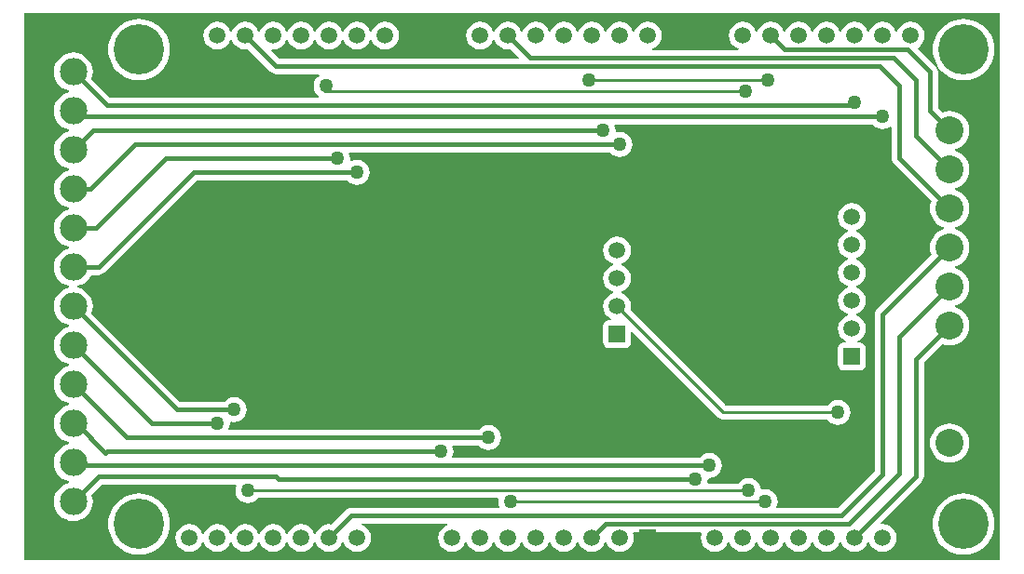
<source format=gbl>
G04 Layer_Physical_Order=2*
G04 Layer_Color=16711680*
%FSLAX23Y23*%
%MOIN*%
G70*
G01*
G75*
%ADD13C,0.010*%
%ADD14C,0.015*%
%ADD15C,0.059*%
%ADD16R,0.059X0.059*%
%ADD17R,0.059X0.059*%
%ADD18C,0.098*%
%ADD19C,0.180*%
%ADD20C,0.100*%
%ADD21C,0.050*%
G36*
X5380Y4320D02*
X1890D01*
Y6280D01*
X5380D01*
Y4320D01*
D02*
G37*
%LPC*%
G36*
X2300Y4560D02*
X2283Y4559D01*
X2266Y4555D01*
X2250Y4548D01*
X2235Y4539D01*
X2222Y4528D01*
X2211Y4515D01*
X2202Y4500D01*
X2195Y4484D01*
X2191Y4467D01*
X2190Y4450D01*
X2191Y4433D01*
X2195Y4416D01*
X2202Y4400D01*
X2211Y4385D01*
X2222Y4372D01*
X2235Y4361D01*
X2250Y4352D01*
X2266Y4345D01*
X2283Y4341D01*
X2300Y4340D01*
X2317Y4341D01*
X2334Y4345D01*
X2350Y4352D01*
X2365Y4361D01*
X2378Y4372D01*
X2389Y4385D01*
X2398Y4400D01*
X2405Y4416D01*
X2409Y4433D01*
X2410Y4450D01*
X2409Y4467D01*
X2405Y4484D01*
X2398Y4500D01*
X2389Y4515D01*
X2378Y4528D01*
X2365Y4539D01*
X2350Y4548D01*
X2334Y4555D01*
X2317Y4559D01*
X2300Y4560D01*
D02*
G37*
G36*
X5200Y4810D02*
X5186Y4809D01*
X5173Y4805D01*
X5161Y4798D01*
X5150Y4790D01*
X5142Y4779D01*
X5135Y4767D01*
X5131Y4754D01*
X5130Y4740D01*
X5131Y4726D01*
X5135Y4713D01*
X5142Y4701D01*
X5150Y4690D01*
X5161Y4682D01*
X5173Y4675D01*
X5186Y4671D01*
X5200Y4670D01*
X5214Y4671D01*
X5227Y4675D01*
X5239Y4682D01*
X5250Y4690D01*
X5258Y4701D01*
X5265Y4713D01*
X5269Y4726D01*
X5270Y4740D01*
X5269Y4754D01*
X5265Y4767D01*
X5258Y4779D01*
X5250Y4790D01*
X5239Y4798D01*
X5227Y4805D01*
X5214Y4809D01*
X5200Y4810D01*
D02*
G37*
G36*
X5250Y4560D02*
X5233Y4559D01*
X5216Y4555D01*
X5200Y4548D01*
X5185Y4539D01*
X5172Y4528D01*
X5161Y4515D01*
X5152Y4500D01*
X5145Y4484D01*
X5141Y4467D01*
X5140Y4450D01*
X5141Y4433D01*
X5145Y4416D01*
X5152Y4400D01*
X5161Y4385D01*
X5172Y4372D01*
X5185Y4361D01*
X5200Y4352D01*
X5216Y4345D01*
X5233Y4341D01*
X5250Y4340D01*
X5267Y4341D01*
X5284Y4345D01*
X5300Y4352D01*
X5315Y4361D01*
X5328Y4372D01*
X5339Y4385D01*
X5348Y4400D01*
X5355Y4416D01*
X5359Y4433D01*
X5360Y4450D01*
X5359Y4467D01*
X5355Y4484D01*
X5348Y4500D01*
X5339Y4515D01*
X5328Y4528D01*
X5315Y4539D01*
X5300Y4548D01*
X5284Y4555D01*
X5267Y4559D01*
X5250Y4560D01*
D02*
G37*
G36*
X5060Y6250D02*
X5047Y6248D01*
X5035Y6243D01*
X5025Y6235D01*
X5017Y6225D01*
X5013Y6215D01*
X5007D01*
X5003Y6225D01*
X4995Y6235D01*
X4985Y6243D01*
X4973Y6248D01*
X4960Y6250D01*
X4947Y6248D01*
X4935Y6243D01*
X4925Y6235D01*
X4917Y6225D01*
X4913Y6215D01*
X4907D01*
X4903Y6225D01*
X4895Y6235D01*
X4885Y6243D01*
X4873Y6248D01*
X4860Y6250D01*
X4847Y6248D01*
X4835Y6243D01*
X4825Y6235D01*
X4817Y6225D01*
X4813Y6215D01*
X4807D01*
X4803Y6225D01*
X4795Y6235D01*
X4785Y6243D01*
X4773Y6248D01*
X4760Y6250D01*
X4747Y6248D01*
X4735Y6243D01*
X4725Y6235D01*
X4717Y6225D01*
X4713Y6215D01*
X4707D01*
X4703Y6225D01*
X4695Y6235D01*
X4685Y6243D01*
X4673Y6248D01*
X4660Y6250D01*
X4647Y6248D01*
X4635Y6243D01*
X4625Y6235D01*
X4617Y6225D01*
X4613Y6215D01*
X4607D01*
X4603Y6225D01*
X4595Y6235D01*
X4585Y6243D01*
X4573Y6248D01*
X4560Y6250D01*
X4547Y6248D01*
X4535Y6243D01*
X4525Y6235D01*
X4517Y6225D01*
X4513Y6215D01*
X4507D01*
X4503Y6225D01*
X4495Y6235D01*
X4485Y6243D01*
X4473Y6248D01*
X4460Y6250D01*
X4447Y6248D01*
X4435Y6243D01*
X4425Y6235D01*
X4417Y6225D01*
X4412Y6213D01*
X4410Y6200D01*
X4412Y6187D01*
X4417Y6175D01*
X4425Y6165D01*
X4435Y6157D01*
X4445Y6153D01*
X4444Y6148D01*
X4136D01*
X4135Y6153D01*
X4145Y6157D01*
X4155Y6165D01*
X4163Y6175D01*
X4168Y6187D01*
X4170Y6200D01*
X4168Y6213D01*
X4163Y6225D01*
X4155Y6235D01*
X4145Y6243D01*
X4133Y6248D01*
X4120Y6250D01*
X4107Y6248D01*
X4095Y6243D01*
X4085Y6235D01*
X4077Y6225D01*
X4073Y6215D01*
X4067D01*
X4063Y6225D01*
X4055Y6235D01*
X4045Y6243D01*
X4033Y6248D01*
X4020Y6250D01*
X4007Y6248D01*
X3995Y6243D01*
X3985Y6235D01*
X3977Y6225D01*
X3973Y6215D01*
X3967D01*
X3963Y6225D01*
X3955Y6235D01*
X3945Y6243D01*
X3933Y6248D01*
X3920Y6250D01*
X3907Y6248D01*
X3895Y6243D01*
X3885Y6235D01*
X3877Y6225D01*
X3873Y6215D01*
X3867D01*
X3863Y6225D01*
X3855Y6235D01*
X3845Y6243D01*
X3833Y6248D01*
X3820Y6250D01*
X3807Y6248D01*
X3795Y6243D01*
X3785Y6235D01*
X3777Y6225D01*
X3773Y6215D01*
X3767D01*
X3763Y6225D01*
X3755Y6235D01*
X3745Y6243D01*
X3733Y6248D01*
X3720Y6250D01*
X3707Y6248D01*
X3695Y6243D01*
X3685Y6235D01*
X3677Y6225D01*
X3673Y6215D01*
X3667D01*
X3663Y6225D01*
X3655Y6235D01*
X3645Y6243D01*
X3633Y6248D01*
X3620Y6250D01*
X3607Y6248D01*
X3595Y6243D01*
X3585Y6235D01*
X3577Y6225D01*
X3573Y6215D01*
X3567D01*
X3563Y6225D01*
X3555Y6235D01*
X3545Y6243D01*
X3533Y6248D01*
X3520Y6250D01*
X3507Y6248D01*
X3495Y6243D01*
X3485Y6235D01*
X3477Y6225D01*
X3472Y6213D01*
X3470Y6200D01*
X3472Y6187D01*
X3477Y6175D01*
X3485Y6165D01*
X3495Y6157D01*
X3507Y6152D01*
X3520Y6150D01*
X3533Y6152D01*
X3545Y6157D01*
X3555Y6165D01*
X3563Y6175D01*
X3567Y6185D01*
X3573D01*
X3577Y6175D01*
X3585Y6165D01*
X3595Y6157D01*
X3607Y6152D01*
X3620Y6150D01*
X3629Y6151D01*
X3658Y6122D01*
X3657Y6118D01*
X2801D01*
X2773Y6146D01*
X2775Y6151D01*
X2780Y6150D01*
X2793Y6152D01*
X2805Y6157D01*
X2815Y6165D01*
X2823Y6175D01*
X2827Y6185D01*
X2833D01*
X2837Y6175D01*
X2845Y6165D01*
X2855Y6157D01*
X2867Y6152D01*
X2880Y6150D01*
X2893Y6152D01*
X2905Y6157D01*
X2915Y6165D01*
X2923Y6175D01*
X2927Y6185D01*
X2933D01*
X2937Y6175D01*
X2945Y6165D01*
X2955Y6157D01*
X2967Y6152D01*
X2980Y6150D01*
X2993Y6152D01*
X3005Y6157D01*
X3015Y6165D01*
X3023Y6175D01*
X3027Y6185D01*
X3033D01*
X3037Y6175D01*
X3045Y6165D01*
X3055Y6157D01*
X3067Y6152D01*
X3080Y6150D01*
X3093Y6152D01*
X3105Y6157D01*
X3115Y6165D01*
X3123Y6175D01*
X3127Y6185D01*
X3133D01*
X3137Y6175D01*
X3145Y6165D01*
X3155Y6157D01*
X3167Y6152D01*
X3180Y6150D01*
X3193Y6152D01*
X3205Y6157D01*
X3215Y6165D01*
X3223Y6175D01*
X3228Y6187D01*
X3230Y6200D01*
X3228Y6213D01*
X3223Y6225D01*
X3215Y6235D01*
X3205Y6243D01*
X3193Y6248D01*
X3180Y6250D01*
X3167Y6248D01*
X3155Y6243D01*
X3145Y6235D01*
X3137Y6225D01*
X3133Y6215D01*
X3127D01*
X3123Y6225D01*
X3115Y6235D01*
X3105Y6243D01*
X3093Y6248D01*
X3080Y6250D01*
X3067Y6248D01*
X3055Y6243D01*
X3045Y6235D01*
X3037Y6225D01*
X3033Y6215D01*
X3027D01*
X3023Y6225D01*
X3015Y6235D01*
X3005Y6243D01*
X2993Y6248D01*
X2980Y6250D01*
X2967Y6248D01*
X2955Y6243D01*
X2945Y6235D01*
X2937Y6225D01*
X2933Y6215D01*
X2927D01*
X2923Y6225D01*
X2915Y6235D01*
X2905Y6243D01*
X2893Y6248D01*
X2880Y6250D01*
X2867Y6248D01*
X2855Y6243D01*
X2845Y6235D01*
X2837Y6225D01*
X2833Y6215D01*
X2827D01*
X2823Y6225D01*
X2815Y6235D01*
X2805Y6243D01*
X2793Y6248D01*
X2780Y6250D01*
X2767Y6248D01*
X2755Y6243D01*
X2745Y6235D01*
X2737Y6225D01*
X2733Y6215D01*
X2727D01*
X2723Y6225D01*
X2715Y6235D01*
X2705Y6243D01*
X2693Y6248D01*
X2680Y6250D01*
X2667Y6248D01*
X2655Y6243D01*
X2645Y6235D01*
X2637Y6225D01*
X2633Y6215D01*
X2627D01*
X2623Y6225D01*
X2615Y6235D01*
X2605Y6243D01*
X2593Y6248D01*
X2580Y6250D01*
X2567Y6248D01*
X2555Y6243D01*
X2545Y6235D01*
X2537Y6225D01*
X2532Y6213D01*
X2530Y6200D01*
X2532Y6187D01*
X2537Y6175D01*
X2545Y6165D01*
X2555Y6157D01*
X2567Y6152D01*
X2580Y6150D01*
X2593Y6152D01*
X2605Y6157D01*
X2615Y6165D01*
X2623Y6175D01*
X2627Y6185D01*
X2633D01*
X2637Y6175D01*
X2645Y6165D01*
X2655Y6157D01*
X2667Y6152D01*
X2680Y6150D01*
X2689Y6151D01*
X2770Y6070D01*
X2776Y6066D01*
X2783Y6063D01*
X2790Y6062D01*
X2943D01*
X2945Y6057D01*
X2938Y6052D01*
X2931Y6043D01*
X2926Y6032D01*
X2925Y6020D01*
X2926Y6008D01*
X2931Y5997D01*
X2938Y5988D01*
X2942Y5985D01*
X2943Y5983D01*
X2942Y5978D01*
X2196D01*
X2130Y6045D01*
X2133Y6056D01*
X2135Y6070D01*
X2133Y6084D01*
X2129Y6097D01*
X2123Y6109D01*
X2114Y6119D01*
X2104Y6128D01*
X2092Y6134D01*
X2079Y6138D01*
X2065Y6140D01*
X2051Y6138D01*
X2038Y6134D01*
X2026Y6128D01*
X2016Y6119D01*
X2007Y6109D01*
X2001Y6097D01*
X1997Y6084D01*
X1995Y6070D01*
X1997Y6056D01*
X2001Y6043D01*
X2007Y6031D01*
X2016Y6021D01*
X2026Y6012D01*
X2038Y6006D01*
X2049Y6003D01*
Y5997D01*
X2038Y5994D01*
X2026Y5988D01*
X2016Y5979D01*
X2007Y5969D01*
X2001Y5957D01*
X1997Y5944D01*
X1995Y5930D01*
X1997Y5916D01*
X2001Y5903D01*
X2007Y5891D01*
X2016Y5881D01*
X2026Y5872D01*
X2038Y5866D01*
X2049Y5863D01*
Y5857D01*
X2038Y5854D01*
X2026Y5848D01*
X2016Y5839D01*
X2007Y5829D01*
X2001Y5817D01*
X1997Y5804D01*
X1995Y5790D01*
X1997Y5776D01*
X2001Y5763D01*
X2007Y5751D01*
X2016Y5741D01*
X2026Y5732D01*
X2038Y5726D01*
X2049Y5723D01*
Y5717D01*
X2038Y5714D01*
X2026Y5708D01*
X2016Y5699D01*
X2007Y5689D01*
X2001Y5677D01*
X1997Y5664D01*
X1995Y5650D01*
X1997Y5636D01*
X2001Y5623D01*
X2007Y5611D01*
X2016Y5601D01*
X2026Y5592D01*
X2038Y5586D01*
X2049Y5583D01*
Y5577D01*
X2038Y5574D01*
X2026Y5568D01*
X2016Y5559D01*
X2007Y5549D01*
X2001Y5537D01*
X1997Y5524D01*
X1995Y5510D01*
X1997Y5496D01*
X2001Y5483D01*
X2007Y5471D01*
X2016Y5461D01*
X2026Y5452D01*
X2038Y5446D01*
X2049Y5443D01*
Y5437D01*
X2038Y5434D01*
X2026Y5428D01*
X2016Y5419D01*
X2007Y5409D01*
X2001Y5397D01*
X1997Y5384D01*
X1995Y5370D01*
X1997Y5356D01*
X2001Y5343D01*
X2007Y5331D01*
X2016Y5321D01*
X2026Y5312D01*
X2038Y5306D01*
X2049Y5303D01*
Y5297D01*
X2038Y5294D01*
X2026Y5288D01*
X2016Y5279D01*
X2007Y5269D01*
X2001Y5257D01*
X1997Y5244D01*
X1995Y5230D01*
X1997Y5216D01*
X2001Y5203D01*
X2007Y5191D01*
X2016Y5181D01*
X2026Y5172D01*
X2038Y5166D01*
X2049Y5163D01*
Y5157D01*
X2038Y5154D01*
X2026Y5148D01*
X2016Y5139D01*
X2007Y5129D01*
X2001Y5117D01*
X1997Y5104D01*
X1995Y5090D01*
X1997Y5076D01*
X2001Y5063D01*
X2007Y5051D01*
X2016Y5041D01*
X2026Y5032D01*
X2038Y5026D01*
X2049Y5023D01*
Y5017D01*
X2038Y5014D01*
X2026Y5008D01*
X2016Y4999D01*
X2007Y4989D01*
X2001Y4977D01*
X1997Y4964D01*
X1995Y4950D01*
X1997Y4936D01*
X2001Y4923D01*
X2007Y4911D01*
X2016Y4901D01*
X2026Y4892D01*
X2038Y4886D01*
X2049Y4883D01*
Y4877D01*
X2038Y4874D01*
X2026Y4868D01*
X2016Y4859D01*
X2007Y4849D01*
X2001Y4837D01*
X1997Y4824D01*
X1995Y4810D01*
X1997Y4796D01*
X2001Y4783D01*
X2007Y4771D01*
X2016Y4761D01*
X2026Y4752D01*
X2038Y4746D01*
X2049Y4743D01*
Y4737D01*
X2038Y4734D01*
X2026Y4728D01*
X2016Y4719D01*
X2007Y4709D01*
X2001Y4697D01*
X1997Y4684D01*
X1995Y4670D01*
X1997Y4656D01*
X2001Y4643D01*
X2007Y4631D01*
X2016Y4621D01*
X2026Y4612D01*
X2038Y4606D01*
X2049Y4603D01*
Y4597D01*
X2038Y4594D01*
X2026Y4588D01*
X2016Y4579D01*
X2007Y4569D01*
X2001Y4557D01*
X1997Y4544D01*
X1995Y4530D01*
X1997Y4516D01*
X2001Y4503D01*
X2007Y4491D01*
X2016Y4481D01*
X2026Y4472D01*
X2038Y4466D01*
X2051Y4462D01*
X2065Y4460D01*
X2079Y4462D01*
X2092Y4466D01*
X2104Y4472D01*
X2114Y4481D01*
X2123Y4491D01*
X2129Y4503D01*
X2133Y4516D01*
X2135Y4530D01*
X2133Y4544D01*
X2130Y4555D01*
X2166Y4592D01*
X2646D01*
X2649Y4588D01*
X2646Y4582D01*
X2645Y4570D01*
X2646Y4558D01*
X2651Y4547D01*
X2658Y4538D01*
X2667Y4531D01*
X2678Y4526D01*
X2690Y4525D01*
X2702Y4526D01*
X2713Y4531D01*
X2722Y4538D01*
X2727Y4545D01*
X3582D01*
X3586Y4540D01*
X3585Y4530D01*
X3586Y4518D01*
X3589Y4512D01*
X3586Y4508D01*
X3060D01*
X3053Y4507D01*
X3046Y4504D01*
X3040Y4500D01*
X2989Y4449D01*
X2980Y4450D01*
X2967Y4448D01*
X2955Y4443D01*
X2945Y4435D01*
X2937Y4425D01*
X2933Y4415D01*
X2927D01*
X2923Y4425D01*
X2915Y4435D01*
X2905Y4443D01*
X2893Y4448D01*
X2880Y4450D01*
X2867Y4448D01*
X2855Y4443D01*
X2845Y4435D01*
X2837Y4425D01*
X2833Y4415D01*
X2827D01*
X2823Y4425D01*
X2815Y4435D01*
X2805Y4443D01*
X2793Y4448D01*
X2780Y4450D01*
X2767Y4448D01*
X2755Y4443D01*
X2745Y4435D01*
X2737Y4425D01*
X2733Y4415D01*
X2727D01*
X2723Y4425D01*
X2715Y4435D01*
X2705Y4443D01*
X2693Y4448D01*
X2680Y4450D01*
X2667Y4448D01*
X2655Y4443D01*
X2645Y4435D01*
X2637Y4425D01*
X2633Y4415D01*
X2627D01*
X2623Y4425D01*
X2615Y4435D01*
X2605Y4443D01*
X2593Y4448D01*
X2580Y4450D01*
X2567Y4448D01*
X2555Y4443D01*
X2545Y4435D01*
X2537Y4425D01*
X2533Y4415D01*
X2527D01*
X2523Y4425D01*
X2515Y4435D01*
X2505Y4443D01*
X2493Y4448D01*
X2480Y4450D01*
X2467Y4448D01*
X2455Y4443D01*
X2445Y4435D01*
X2437Y4425D01*
X2432Y4413D01*
X2430Y4400D01*
X2432Y4387D01*
X2437Y4375D01*
X2445Y4365D01*
X2455Y4357D01*
X2467Y4352D01*
X2480Y4350D01*
X2493Y4352D01*
X2505Y4357D01*
X2515Y4365D01*
X2523Y4375D01*
X2527Y4385D01*
X2533D01*
X2537Y4375D01*
X2545Y4365D01*
X2555Y4357D01*
X2567Y4352D01*
X2580Y4350D01*
X2593Y4352D01*
X2605Y4357D01*
X2615Y4365D01*
X2623Y4375D01*
X2627Y4385D01*
X2633D01*
X2637Y4375D01*
X2645Y4365D01*
X2655Y4357D01*
X2667Y4352D01*
X2680Y4350D01*
X2693Y4352D01*
X2705Y4357D01*
X2715Y4365D01*
X2723Y4375D01*
X2727Y4385D01*
X2733D01*
X2737Y4375D01*
X2745Y4365D01*
X2755Y4357D01*
X2767Y4352D01*
X2780Y4350D01*
X2793Y4352D01*
X2805Y4357D01*
X2815Y4365D01*
X2823Y4375D01*
X2827Y4385D01*
X2833D01*
X2837Y4375D01*
X2845Y4365D01*
X2855Y4357D01*
X2867Y4352D01*
X2880Y4350D01*
X2893Y4352D01*
X2905Y4357D01*
X2915Y4365D01*
X2923Y4375D01*
X2927Y4385D01*
X2933D01*
X2937Y4375D01*
X2945Y4365D01*
X2955Y4357D01*
X2967Y4352D01*
X2980Y4350D01*
X2993Y4352D01*
X3005Y4357D01*
X3015Y4365D01*
X3023Y4375D01*
X3027Y4385D01*
X3033D01*
X3037Y4375D01*
X3045Y4365D01*
X3055Y4357D01*
X3067Y4352D01*
X3080Y4350D01*
X3093Y4352D01*
X3105Y4357D01*
X3115Y4365D01*
X3123Y4375D01*
X3128Y4387D01*
X3130Y4400D01*
X3128Y4413D01*
X3123Y4425D01*
X3115Y4435D01*
X3105Y4443D01*
X3095Y4447D01*
X3096Y4452D01*
X3404D01*
X3405Y4447D01*
X3395Y4443D01*
X3385Y4435D01*
X3377Y4425D01*
X3372Y4413D01*
X3370Y4400D01*
X3372Y4387D01*
X3377Y4375D01*
X3385Y4365D01*
X3395Y4357D01*
X3407Y4352D01*
X3420Y4350D01*
X3433Y4352D01*
X3445Y4357D01*
X3455Y4365D01*
X3463Y4375D01*
X3467Y4385D01*
X3473D01*
X3477Y4375D01*
X3485Y4365D01*
X3495Y4357D01*
X3507Y4352D01*
X3520Y4350D01*
X3533Y4352D01*
X3545Y4357D01*
X3555Y4365D01*
X3563Y4375D01*
X3567Y4385D01*
X3573D01*
X3577Y4375D01*
X3585Y4365D01*
X3595Y4357D01*
X3607Y4352D01*
X3620Y4350D01*
X3633Y4352D01*
X3645Y4357D01*
X3655Y4365D01*
X3663Y4375D01*
X3667Y4385D01*
X3673D01*
X3677Y4375D01*
X3685Y4365D01*
X3695Y4357D01*
X3707Y4352D01*
X3720Y4350D01*
X3733Y4352D01*
X3745Y4357D01*
X3755Y4365D01*
X3763Y4375D01*
X3767Y4385D01*
X3773D01*
X3777Y4375D01*
X3785Y4365D01*
X3795Y4357D01*
X3807Y4352D01*
X3820Y4350D01*
X3833Y4352D01*
X3845Y4357D01*
X3855Y4365D01*
X3863Y4375D01*
X3867Y4385D01*
X3873D01*
X3877Y4375D01*
X3885Y4365D01*
X3895Y4357D01*
X3907Y4352D01*
X3920Y4350D01*
X3933Y4352D01*
X3945Y4357D01*
X3955Y4365D01*
X3963Y4375D01*
X3967Y4385D01*
X3973D01*
X3977Y4375D01*
X3985Y4365D01*
X3995Y4357D01*
X4007Y4352D01*
X4020Y4350D01*
X4033Y4352D01*
X4045Y4357D01*
X4055Y4365D01*
X4063Y4375D01*
X4068Y4387D01*
X4070Y4400D01*
X4068Y4413D01*
X4066Y4418D01*
X4069Y4422D01*
X4311D01*
X4314Y4418D01*
X4312Y4413D01*
X4310Y4400D01*
X4312Y4387D01*
X4317Y4375D01*
X4325Y4365D01*
X4335Y4357D01*
X4347Y4352D01*
X4360Y4350D01*
X4373Y4352D01*
X4385Y4357D01*
X4395Y4365D01*
X4403Y4375D01*
X4407Y4385D01*
X4413D01*
X4417Y4375D01*
X4425Y4365D01*
X4435Y4357D01*
X4447Y4352D01*
X4460Y4350D01*
X4473Y4352D01*
X4485Y4357D01*
X4495Y4365D01*
X4503Y4375D01*
X4507Y4385D01*
X4513D01*
X4517Y4375D01*
X4525Y4365D01*
X4535Y4357D01*
X4547Y4352D01*
X4560Y4350D01*
X4573Y4352D01*
X4585Y4357D01*
X4595Y4365D01*
X4603Y4375D01*
X4607Y4385D01*
X4613D01*
X4617Y4375D01*
X4625Y4365D01*
X4635Y4357D01*
X4647Y4352D01*
X4660Y4350D01*
X4673Y4352D01*
X4685Y4357D01*
X4695Y4365D01*
X4703Y4375D01*
X4707Y4385D01*
X4713D01*
X4717Y4375D01*
X4725Y4365D01*
X4735Y4357D01*
X4747Y4352D01*
X4760Y4350D01*
X4773Y4352D01*
X4785Y4357D01*
X4795Y4365D01*
X4803Y4375D01*
X4807Y4385D01*
X4813D01*
X4817Y4375D01*
X4825Y4365D01*
X4835Y4357D01*
X4847Y4352D01*
X4860Y4350D01*
X4873Y4352D01*
X4885Y4357D01*
X4895Y4365D01*
X4903Y4375D01*
X4907Y4385D01*
X4913D01*
X4917Y4375D01*
X4925Y4365D01*
X4935Y4357D01*
X4947Y4352D01*
X4960Y4350D01*
X4973Y4352D01*
X4985Y4357D01*
X4995Y4365D01*
X5003Y4375D01*
X5008Y4387D01*
X5010Y4400D01*
X5008Y4413D01*
X5003Y4425D01*
X4995Y4435D01*
X4985Y4443D01*
X4973Y4448D01*
X4960Y4450D01*
X4955Y4449D01*
X4953Y4454D01*
X5100Y4600D01*
X5104Y4606D01*
X5107Y4613D01*
X5108Y4620D01*
Y5029D01*
X5174Y5095D01*
X5186Y5091D01*
X5200Y5090D01*
X5214Y5091D01*
X5227Y5095D01*
X5239Y5102D01*
X5250Y5110D01*
X5258Y5121D01*
X5265Y5133D01*
X5269Y5146D01*
X5270Y5160D01*
X5269Y5174D01*
X5265Y5187D01*
X5258Y5199D01*
X5250Y5210D01*
X5239Y5218D01*
X5227Y5225D01*
X5219Y5227D01*
Y5233D01*
X5227Y5235D01*
X5239Y5242D01*
X5250Y5250D01*
X5258Y5261D01*
X5265Y5273D01*
X5269Y5286D01*
X5270Y5300D01*
X5269Y5314D01*
X5265Y5327D01*
X5258Y5339D01*
X5250Y5350D01*
X5239Y5358D01*
X5227Y5365D01*
X5219Y5367D01*
Y5373D01*
X5227Y5375D01*
X5239Y5382D01*
X5250Y5390D01*
X5258Y5401D01*
X5265Y5413D01*
X5269Y5426D01*
X5270Y5440D01*
X5269Y5454D01*
X5265Y5467D01*
X5258Y5479D01*
X5250Y5490D01*
X5239Y5498D01*
X5227Y5505D01*
X5219Y5507D01*
Y5513D01*
X5227Y5515D01*
X5239Y5522D01*
X5250Y5530D01*
X5258Y5541D01*
X5265Y5553D01*
X5269Y5566D01*
X5270Y5580D01*
X5269Y5594D01*
X5265Y5607D01*
X5258Y5619D01*
X5250Y5630D01*
X5239Y5638D01*
X5227Y5645D01*
X5219Y5647D01*
Y5653D01*
X5227Y5655D01*
X5239Y5662D01*
X5250Y5670D01*
X5258Y5681D01*
X5265Y5693D01*
X5269Y5706D01*
X5270Y5720D01*
X5269Y5734D01*
X5265Y5747D01*
X5258Y5759D01*
X5250Y5770D01*
X5239Y5778D01*
X5227Y5785D01*
X5219Y5787D01*
Y5793D01*
X5227Y5795D01*
X5239Y5802D01*
X5250Y5810D01*
X5258Y5821D01*
X5265Y5833D01*
X5269Y5846D01*
X5270Y5860D01*
X5269Y5874D01*
X5265Y5887D01*
X5258Y5899D01*
X5250Y5910D01*
X5239Y5918D01*
X5227Y5925D01*
X5214Y5929D01*
X5200Y5930D01*
X5186Y5929D01*
X5174Y5925D01*
X5158Y5941D01*
Y6070D01*
X5157Y6077D01*
X5154Y6084D01*
X5150Y6090D01*
X5087Y6152D01*
X5088Y6159D01*
X5095Y6165D01*
X5103Y6175D01*
X5108Y6187D01*
X5110Y6200D01*
X5108Y6213D01*
X5103Y6225D01*
X5095Y6235D01*
X5085Y6243D01*
X5073Y6248D01*
X5060Y6250D01*
D02*
G37*
G36*
X5250Y6260D02*
X5233Y6259D01*
X5216Y6255D01*
X5200Y6248D01*
X5185Y6239D01*
X5172Y6228D01*
X5161Y6215D01*
X5152Y6200D01*
X5145Y6184D01*
X5141Y6167D01*
X5140Y6150D01*
X5141Y6133D01*
X5145Y6116D01*
X5152Y6100D01*
X5161Y6085D01*
X5172Y6072D01*
X5185Y6061D01*
X5200Y6052D01*
X5216Y6045D01*
X5233Y6041D01*
X5250Y6040D01*
X5267Y6041D01*
X5284Y6045D01*
X5300Y6052D01*
X5315Y6061D01*
X5328Y6072D01*
X5339Y6085D01*
X5348Y6100D01*
X5355Y6116D01*
X5359Y6133D01*
X5360Y6150D01*
X5359Y6167D01*
X5355Y6184D01*
X5348Y6200D01*
X5339Y6215D01*
X5328Y6228D01*
X5315Y6239D01*
X5300Y6248D01*
X5284Y6255D01*
X5267Y6259D01*
X5250Y6260D01*
D02*
G37*
G36*
X2300D02*
X2283Y6259D01*
X2266Y6255D01*
X2250Y6248D01*
X2235Y6239D01*
X2222Y6228D01*
X2211Y6215D01*
X2202Y6200D01*
X2195Y6184D01*
X2191Y6167D01*
X2190Y6150D01*
X2191Y6133D01*
X2195Y6116D01*
X2202Y6100D01*
X2211Y6085D01*
X2222Y6072D01*
X2235Y6061D01*
X2250Y6052D01*
X2266Y6045D01*
X2283Y6041D01*
X2300Y6040D01*
X2317Y6041D01*
X2334Y6045D01*
X2350Y6052D01*
X2365Y6061D01*
X2378Y6072D01*
X2389Y6085D01*
X2398Y6100D01*
X2405Y6116D01*
X2409Y6133D01*
X2410Y6150D01*
X2409Y6167D01*
X2405Y6184D01*
X2398Y6200D01*
X2389Y6215D01*
X2378Y6228D01*
X2365Y6239D01*
X2350Y6248D01*
X2334Y6255D01*
X2317Y6259D01*
X2300Y6260D01*
D02*
G37*
%LPD*%
G36*
X4928Y5878D02*
X4937Y5871D01*
X4948Y5866D01*
X4960Y5865D01*
X4972Y5866D01*
X4983Y5871D01*
X4987Y5874D01*
X4992Y5872D01*
Y5760D01*
X4993Y5753D01*
X4996Y5746D01*
X5000Y5740D01*
X5135Y5606D01*
X5131Y5594D01*
X5130Y5580D01*
X5131Y5566D01*
X5135Y5553D01*
X5142Y5541D01*
X5150Y5530D01*
X5161Y5522D01*
X5173Y5515D01*
X5181Y5513D01*
Y5507D01*
X5173Y5505D01*
X5161Y5498D01*
X5150Y5490D01*
X5142Y5479D01*
X5135Y5467D01*
X5131Y5454D01*
X5130Y5440D01*
X5131Y5426D01*
X5135Y5414D01*
X4940Y5220D01*
X4936Y5214D01*
X4933Y5207D01*
X4932Y5200D01*
Y4640D01*
X4800Y4508D01*
X4584D01*
X4581Y4512D01*
X4584Y4518D01*
X4585Y4530D01*
X4584Y4542D01*
X4579Y4553D01*
X4572Y4562D01*
X4563Y4569D01*
X4552Y4574D01*
X4540Y4575D01*
X4530Y4574D01*
X4524Y4577D01*
X4524Y4582D01*
X4519Y4593D01*
X4512Y4602D01*
X4503Y4609D01*
X4492Y4614D01*
X4480Y4615D01*
X4468Y4614D01*
X4457Y4609D01*
X4448Y4602D01*
X4443Y4595D01*
X4338D01*
X4334Y4600D01*
X4335Y4610D01*
X4335Y4611D01*
X4339Y4615D01*
X4340Y4615D01*
X4352Y4616D01*
X4363Y4621D01*
X4372Y4628D01*
X4379Y4637D01*
X4384Y4648D01*
X4385Y4660D01*
X4384Y4672D01*
X4379Y4683D01*
X4372Y4692D01*
X4363Y4699D01*
X4352Y4704D01*
X4340Y4705D01*
X4328Y4704D01*
X4317Y4699D01*
X4308Y4692D01*
X4305Y4688D01*
X3424D01*
X3421Y4692D01*
X3424Y4698D01*
X3425Y4710D01*
X3424Y4722D01*
X3421Y4728D01*
X3424Y4732D01*
X3515D01*
X3518Y4728D01*
X3527Y4721D01*
X3538Y4716D01*
X3550Y4715D01*
X3562Y4716D01*
X3573Y4721D01*
X3582Y4728D01*
X3589Y4737D01*
X3594Y4748D01*
X3595Y4760D01*
X3594Y4772D01*
X3589Y4783D01*
X3582Y4792D01*
X3573Y4799D01*
X3562Y4804D01*
X3550Y4805D01*
X3538Y4804D01*
X3527Y4799D01*
X3518Y4792D01*
X3515Y4788D01*
X2624D01*
X2621Y4792D01*
X2624Y4798D01*
X2625Y4810D01*
X2625Y4813D01*
X2630Y4816D01*
X2640Y4815D01*
X2652Y4816D01*
X2663Y4821D01*
X2672Y4828D01*
X2679Y4837D01*
X2684Y4848D01*
X2685Y4860D01*
X2684Y4872D01*
X2679Y4883D01*
X2672Y4892D01*
X2663Y4899D01*
X2652Y4904D01*
X2640Y4905D01*
X2628Y4904D01*
X2617Y4899D01*
X2608Y4892D01*
X2605Y4888D01*
X2446D01*
X2130Y5205D01*
X2133Y5216D01*
X2135Y5230D01*
X2133Y5244D01*
X2129Y5257D01*
X2123Y5269D01*
X2114Y5279D01*
X2104Y5288D01*
X2092Y5294D01*
X2081Y5297D01*
Y5303D01*
X2092Y5306D01*
X2104Y5312D01*
X2114Y5321D01*
X2123Y5331D01*
X2129Y5342D01*
X2155D01*
X2162Y5343D01*
X2169Y5346D01*
X2175Y5350D01*
X2506Y5682D01*
X3045D01*
X3048Y5678D01*
X3057Y5671D01*
X3068Y5666D01*
X3080Y5665D01*
X3092Y5666D01*
X3103Y5671D01*
X3112Y5678D01*
X3119Y5687D01*
X3124Y5698D01*
X3125Y5710D01*
X3124Y5722D01*
X3119Y5733D01*
X3112Y5742D01*
X3103Y5749D01*
X3092Y5754D01*
X3080Y5755D01*
X3068Y5754D01*
X3059Y5750D01*
X3055Y5753D01*
X3055Y5753D01*
X3055Y5760D01*
X3054Y5772D01*
X3051Y5778D01*
X3054Y5782D01*
X3985D01*
X3988Y5778D01*
X3997Y5771D01*
X4008Y5766D01*
X4020Y5765D01*
X4032Y5766D01*
X4043Y5771D01*
X4052Y5778D01*
X4059Y5787D01*
X4064Y5798D01*
X4065Y5810D01*
X4064Y5822D01*
X4059Y5833D01*
X4052Y5842D01*
X4043Y5849D01*
X4032Y5854D01*
X4020Y5855D01*
X4010Y5854D01*
X4005Y5857D01*
X4005Y5860D01*
X4004Y5872D01*
X4001Y5878D01*
X4004Y5882D01*
X4925D01*
X4928Y5878D01*
D02*
G37*
%LPC*%
G36*
X4850Y5600D02*
X4837Y5598D01*
X4825Y5593D01*
X4815Y5585D01*
X4807Y5575D01*
X4802Y5563D01*
X4800Y5550D01*
X4802Y5537D01*
X4807Y5525D01*
X4815Y5515D01*
X4825Y5507D01*
X4835Y5503D01*
Y5497D01*
X4825Y5493D01*
X4815Y5485D01*
X4807Y5475D01*
X4802Y5463D01*
X4800Y5450D01*
X4802Y5437D01*
X4807Y5425D01*
X4815Y5415D01*
X4825Y5407D01*
X4835Y5403D01*
Y5397D01*
X4825Y5393D01*
X4815Y5385D01*
X4807Y5375D01*
X4802Y5363D01*
X4800Y5350D01*
X4802Y5337D01*
X4807Y5325D01*
X4815Y5315D01*
X4825Y5307D01*
X4835Y5303D01*
Y5297D01*
X4825Y5293D01*
X4815Y5285D01*
X4807Y5275D01*
X4802Y5263D01*
X4800Y5250D01*
X4802Y5237D01*
X4807Y5225D01*
X4815Y5215D01*
X4825Y5207D01*
X4835Y5203D01*
Y5197D01*
X4825Y5193D01*
X4815Y5185D01*
X4807Y5175D01*
X4802Y5163D01*
X4800Y5150D01*
X4802Y5137D01*
X4807Y5125D01*
X4815Y5115D01*
X4825Y5107D01*
X4829Y5105D01*
X4828Y5100D01*
X4820D01*
X4813Y5098D01*
X4806Y5094D01*
X4802Y5087D01*
X4800Y5080D01*
Y5020D01*
X4802Y5013D01*
X4806Y5006D01*
X4813Y5002D01*
X4820Y5000D01*
X4880D01*
X4887Y5002D01*
X4894Y5006D01*
X4898Y5013D01*
X4900Y5020D01*
Y5080D01*
X4898Y5087D01*
X4894Y5094D01*
X4887Y5098D01*
X4880Y5100D01*
X4872D01*
X4871Y5105D01*
X4875Y5107D01*
X4885Y5115D01*
X4893Y5125D01*
X4898Y5137D01*
X4900Y5150D01*
X4898Y5163D01*
X4893Y5175D01*
X4885Y5185D01*
X4875Y5193D01*
X4865Y5197D01*
Y5203D01*
X4875Y5207D01*
X4885Y5215D01*
X4893Y5225D01*
X4898Y5237D01*
X4900Y5250D01*
X4898Y5263D01*
X4893Y5275D01*
X4885Y5285D01*
X4875Y5293D01*
X4865Y5297D01*
Y5303D01*
X4875Y5307D01*
X4885Y5315D01*
X4893Y5325D01*
X4898Y5337D01*
X4900Y5350D01*
X4898Y5363D01*
X4893Y5375D01*
X4885Y5385D01*
X4875Y5393D01*
X4865Y5397D01*
Y5403D01*
X4875Y5407D01*
X4885Y5415D01*
X4893Y5425D01*
X4898Y5437D01*
X4900Y5450D01*
X4898Y5463D01*
X4893Y5475D01*
X4885Y5485D01*
X4875Y5493D01*
X4865Y5497D01*
Y5503D01*
X4875Y5507D01*
X4885Y5515D01*
X4893Y5525D01*
X4898Y5537D01*
X4900Y5550D01*
X4898Y5563D01*
X4893Y5575D01*
X4885Y5585D01*
X4875Y5593D01*
X4863Y5598D01*
X4850Y5600D01*
D02*
G37*
G36*
X4010Y5480D02*
X3997Y5478D01*
X3985Y5473D01*
X3975Y5465D01*
X3967Y5455D01*
X3962Y5443D01*
X3960Y5430D01*
X3962Y5417D01*
X3967Y5405D01*
X3975Y5395D01*
X3985Y5387D01*
X3995Y5383D01*
Y5377D01*
X3985Y5373D01*
X3975Y5365D01*
X3967Y5355D01*
X3962Y5343D01*
X3960Y5330D01*
X3962Y5317D01*
X3967Y5305D01*
X3975Y5295D01*
X3985Y5287D01*
X3995Y5283D01*
Y5277D01*
X3985Y5273D01*
X3975Y5265D01*
X3967Y5255D01*
X3962Y5243D01*
X3960Y5230D01*
X3962Y5217D01*
X3967Y5205D01*
X3975Y5195D01*
X3985Y5187D01*
X3989Y5185D01*
X3988Y5180D01*
X3980D01*
X3973Y5178D01*
X3966Y5174D01*
X3962Y5167D01*
X3960Y5160D01*
Y5100D01*
X3962Y5093D01*
X3966Y5086D01*
X3973Y5082D01*
X3980Y5080D01*
X4040D01*
X4047Y5082D01*
X4054Y5086D01*
X4058Y5093D01*
X4060Y5100D01*
Y5137D01*
X4065Y5139D01*
X4372Y4832D01*
X4380Y4826D01*
X4390Y4825D01*
X4763D01*
X4768Y4818D01*
X4777Y4811D01*
X4788Y4806D01*
X4800Y4805D01*
X4812Y4806D01*
X4823Y4811D01*
X4832Y4818D01*
X4839Y4827D01*
X4844Y4838D01*
X4845Y4850D01*
X4844Y4862D01*
X4839Y4873D01*
X4832Y4882D01*
X4823Y4889D01*
X4812Y4894D01*
X4800Y4895D01*
X4788Y4894D01*
X4777Y4889D01*
X4768Y4882D01*
X4763Y4875D01*
X4401D01*
X4058Y5218D01*
X4060Y5230D01*
X4058Y5243D01*
X4053Y5255D01*
X4045Y5265D01*
X4035Y5273D01*
X4025Y5277D01*
Y5283D01*
X4035Y5287D01*
X4045Y5295D01*
X4053Y5305D01*
X4058Y5317D01*
X4060Y5330D01*
X4058Y5343D01*
X4053Y5355D01*
X4045Y5365D01*
X4035Y5373D01*
X4025Y5377D01*
Y5383D01*
X4035Y5387D01*
X4045Y5395D01*
X4053Y5405D01*
X4058Y5417D01*
X4060Y5430D01*
X4058Y5443D01*
X4053Y5455D01*
X4045Y5465D01*
X4035Y5473D01*
X4023Y5478D01*
X4010Y5480D01*
D02*
G37*
%LPD*%
D13*
X3910Y6040D02*
X4550D01*
X2962Y6000D02*
X4470D01*
X2970Y6008D02*
Y6020D01*
X2962Y6000D02*
X2970Y6008D01*
X4010Y5230D02*
X4390Y4850D01*
X2690Y4570D02*
X4480D01*
X3630Y4530D02*
X4540D01*
X4390Y4850D02*
X4800D01*
D14*
X2075Y4680D02*
X2095Y4660D01*
X2800Y4610D02*
X4290D01*
X2790Y4620D02*
X2800Y4610D01*
X2155Y4620D02*
X2790D01*
X2065Y4530D02*
X2155Y4620D01*
X3180Y4400D02*
X3240Y4340D01*
X4180D01*
X4120Y4400D02*
X4180Y4340D01*
X5030D01*
X5060Y4370D01*
Y4400D01*
X3360Y6260D02*
X4300D01*
X4360Y6200D01*
X3360Y6260D02*
X3420Y6200D01*
X2540Y6260D02*
X3360D01*
X2480Y6200D02*
X2540Y6260D01*
X2065Y5230D02*
X2435Y4860D01*
X2065Y5090D02*
X2345Y4810D01*
X2065Y4950D02*
X2255Y4760D01*
X2435Y4860D02*
X2640D01*
X2345Y4810D02*
X2580D01*
X2255Y4760D02*
X3550D01*
X2065Y4810D02*
X2075D01*
X2065Y5790D02*
X2135Y5860D01*
X2155Y5370D02*
X2495Y5710D01*
X2065Y5370D02*
X2155D01*
X2145Y5510D02*
X2395Y5760D01*
X2065Y5510D02*
X2145D01*
X2125Y5650D02*
X2285Y5810D01*
X2065Y5650D02*
X2125D01*
X2395Y5760D02*
X3010D01*
X2495Y5710D02*
X3080D01*
X2135Y5860D02*
X3960D01*
X2285Y5810D02*
X4020D01*
X4850Y5950D02*
X4860Y5960D01*
X2185Y5950D02*
X4850D01*
X2065Y6070D02*
X2185Y5950D01*
X2790Y6090D02*
X4950D01*
X5020Y6020D01*
X2085Y5910D02*
X4960D01*
X2065Y5930D02*
X2085Y5910D01*
X4812Y4480D02*
X4960Y4628D01*
X3060Y4480D02*
X4812D01*
X2980Y4400D02*
X3060Y4480D01*
X4840Y4450D02*
X5020Y4630D01*
X3970Y4450D02*
X4840D01*
X3920Y4400D02*
X3970Y4450D01*
X5080Y5040D02*
X5200Y5160D01*
X5080Y4620D02*
Y5040D01*
X4860Y4400D02*
X5080Y4620D01*
X2680Y6200D02*
X2790Y6090D01*
X5000Y6120D02*
X5080Y6040D01*
Y5840D02*
Y6040D01*
Y5840D02*
X5200Y5720D01*
X3700Y6120D02*
X5000D01*
X3620Y6200D02*
X3700Y6120D01*
X5050Y6150D02*
X5130Y6070D01*
X4610Y6150D02*
X5050D01*
X4560Y6200D02*
X4610Y6150D01*
X2185Y4710D02*
X3380D01*
X2180Y4705D02*
X2185Y4710D01*
X2075Y4810D02*
X2180Y4705D01*
X2095Y4660D02*
X4340D01*
X2065Y4670D02*
X2075Y4680D01*
X5020Y5760D02*
Y6020D01*
Y5760D02*
X5200Y5580D01*
X5130Y5930D02*
Y6070D01*
Y5930D02*
X5200Y5860D01*
X5020Y4630D02*
Y5120D01*
X5200Y5300D01*
X4960Y5200D02*
X5200Y5440D01*
X4960Y4628D02*
Y5200D01*
D15*
X4010Y5530D02*
D03*
Y5430D02*
D03*
Y5330D02*
D03*
Y5230D02*
D03*
X5060Y6200D02*
D03*
X4960D02*
D03*
X4860D02*
D03*
X4760D02*
D03*
X4660D02*
D03*
X4560D02*
D03*
X4460D02*
D03*
X4120D02*
D03*
X4020D02*
D03*
X3920D02*
D03*
X3820D02*
D03*
X3720D02*
D03*
X3620D02*
D03*
X3520D02*
D03*
X3180D02*
D03*
X3080D02*
D03*
X2980D02*
D03*
X2880D02*
D03*
X2780D02*
D03*
X2680D02*
D03*
X2580D02*
D03*
X2480Y4400D02*
D03*
X2580D02*
D03*
X2680D02*
D03*
X2780D02*
D03*
X2880D02*
D03*
X2980D02*
D03*
X3080D02*
D03*
X4360D02*
D03*
X4460D02*
D03*
X4560D02*
D03*
X4660D02*
D03*
X4760D02*
D03*
X4860D02*
D03*
X4960D02*
D03*
X4850Y5150D02*
D03*
Y5250D02*
D03*
Y5350D02*
D03*
Y5450D02*
D03*
Y5550D02*
D03*
X3420Y4400D02*
D03*
X3520D02*
D03*
X3620D02*
D03*
X3720D02*
D03*
X3820D02*
D03*
X3920D02*
D03*
X4020D02*
D03*
D16*
X4010Y5130D02*
D03*
X4850Y5050D02*
D03*
D17*
X4360Y6200D02*
D03*
X3420D02*
D03*
X2480D02*
D03*
X3180Y4400D02*
D03*
X5060D02*
D03*
X4120D02*
D03*
D18*
X2065Y5230D02*
D03*
Y5090D02*
D03*
Y4950D02*
D03*
Y4810D02*
D03*
Y4670D02*
D03*
Y4530D02*
D03*
Y5370D02*
D03*
Y5510D02*
D03*
Y5650D02*
D03*
Y5790D02*
D03*
Y5930D02*
D03*
Y6070D02*
D03*
D19*
X5250Y6150D02*
D03*
Y4450D02*
D03*
X2300D02*
D03*
Y6150D02*
D03*
D20*
X5200Y4740D02*
D03*
Y4880D02*
D03*
Y5020D02*
D03*
Y5160D02*
D03*
Y5300D02*
D03*
Y5440D02*
D03*
Y5860D02*
D03*
Y5720D02*
D03*
Y5580D02*
D03*
D21*
X3410Y5620D02*
D03*
X2475Y5535D02*
D03*
X3180Y4870D02*
D03*
X4120Y4890D02*
D03*
X4240Y5760D02*
D03*
X4290Y4610D02*
D03*
X2640Y4860D02*
D03*
X2580Y4810D02*
D03*
X3550Y4760D02*
D03*
X3010Y5760D02*
D03*
X3080Y5710D02*
D03*
X3960Y5860D02*
D03*
X4020Y5810D02*
D03*
X3910Y6040D02*
D03*
X2970Y6020D02*
D03*
X4960Y5910D02*
D03*
X4800Y4850D02*
D03*
X4550Y6040D02*
D03*
X2690Y4570D02*
D03*
X3380Y4710D02*
D03*
X4340Y4660D02*
D03*
X4480Y4570D02*
D03*
X3630Y4530D02*
D03*
X4540D02*
D03*
X4860Y5960D02*
D03*
X4470Y6000D02*
D03*
M02*

</source>
